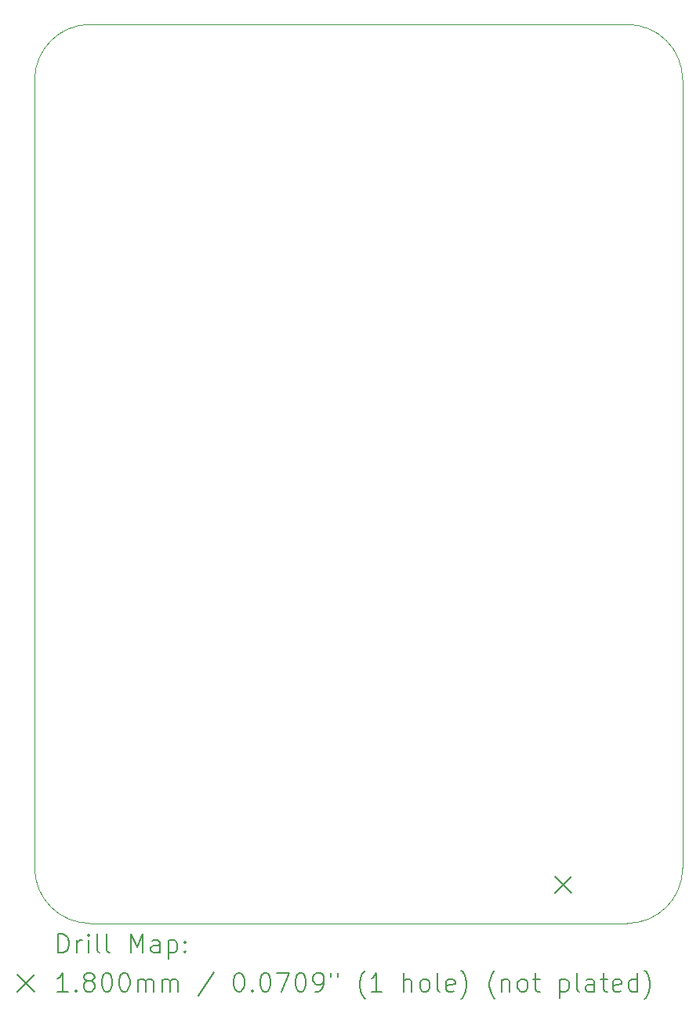
<source format=gbr>
%TF.GenerationSoftware,KiCad,Pcbnew,8.0.0*%
%TF.CreationDate,2024-03-23T15:17:22+01:00*%
%TF.ProjectId,stopwatchy,73746f70-7761-4746-9368-792e6b696361,rev?*%
%TF.SameCoordinates,Original*%
%TF.FileFunction,Drillmap*%
%TF.FilePolarity,Positive*%
%FSLAX45Y45*%
G04 Gerber Fmt 4.5, Leading zero omitted, Abs format (unit mm)*
G04 Created by KiCad (PCBNEW 8.0.0) date 2024-03-23 15:17:22*
%MOMM*%
%LPD*%
G01*
G04 APERTURE LIST*
%ADD10C,0.100000*%
%ADD11C,0.200000*%
%ADD12C,0.180000*%
G04 APERTURE END LIST*
D10*
X11075000Y-2400000D02*
X16875000Y-2400000D01*
X10475000Y-3000000D02*
X10475000Y-11500000D01*
X10475000Y-3000000D02*
G75*
G02*
X11075000Y-2400000I600000J0D01*
G01*
X11075000Y-12100000D02*
X16875000Y-12100000D01*
X17475000Y-11500000D02*
G75*
G02*
X16875000Y-12100000I-600000J0D01*
G01*
X17475000Y-11500000D02*
X17475000Y-3000000D01*
X16875000Y-2400000D02*
G75*
G02*
X17475000Y-3000000I0J-600000D01*
G01*
X11075000Y-12100000D02*
G75*
G02*
X10475000Y-11500000I0J600000D01*
G01*
D11*
D12*
X16093750Y-11591000D02*
X16273750Y-11771000D01*
X16273750Y-11591000D02*
X16093750Y-11771000D01*
D11*
X10730777Y-12416484D02*
X10730777Y-12216484D01*
X10730777Y-12216484D02*
X10778396Y-12216484D01*
X10778396Y-12216484D02*
X10806967Y-12226008D01*
X10806967Y-12226008D02*
X10826015Y-12245055D01*
X10826015Y-12245055D02*
X10835539Y-12264103D01*
X10835539Y-12264103D02*
X10845063Y-12302198D01*
X10845063Y-12302198D02*
X10845063Y-12330769D01*
X10845063Y-12330769D02*
X10835539Y-12368865D01*
X10835539Y-12368865D02*
X10826015Y-12387912D01*
X10826015Y-12387912D02*
X10806967Y-12406960D01*
X10806967Y-12406960D02*
X10778396Y-12416484D01*
X10778396Y-12416484D02*
X10730777Y-12416484D01*
X10930777Y-12416484D02*
X10930777Y-12283150D01*
X10930777Y-12321246D02*
X10940301Y-12302198D01*
X10940301Y-12302198D02*
X10949824Y-12292674D01*
X10949824Y-12292674D02*
X10968872Y-12283150D01*
X10968872Y-12283150D02*
X10987920Y-12283150D01*
X11054586Y-12416484D02*
X11054586Y-12283150D01*
X11054586Y-12216484D02*
X11045063Y-12226008D01*
X11045063Y-12226008D02*
X11054586Y-12235531D01*
X11054586Y-12235531D02*
X11064110Y-12226008D01*
X11064110Y-12226008D02*
X11054586Y-12216484D01*
X11054586Y-12216484D02*
X11054586Y-12235531D01*
X11178396Y-12416484D02*
X11159348Y-12406960D01*
X11159348Y-12406960D02*
X11149824Y-12387912D01*
X11149824Y-12387912D02*
X11149824Y-12216484D01*
X11283158Y-12416484D02*
X11264110Y-12406960D01*
X11264110Y-12406960D02*
X11254586Y-12387912D01*
X11254586Y-12387912D02*
X11254586Y-12216484D01*
X11511729Y-12416484D02*
X11511729Y-12216484D01*
X11511729Y-12216484D02*
X11578396Y-12359341D01*
X11578396Y-12359341D02*
X11645062Y-12216484D01*
X11645062Y-12216484D02*
X11645062Y-12416484D01*
X11826015Y-12416484D02*
X11826015Y-12311722D01*
X11826015Y-12311722D02*
X11816491Y-12292674D01*
X11816491Y-12292674D02*
X11797443Y-12283150D01*
X11797443Y-12283150D02*
X11759348Y-12283150D01*
X11759348Y-12283150D02*
X11740301Y-12292674D01*
X11826015Y-12406960D02*
X11806967Y-12416484D01*
X11806967Y-12416484D02*
X11759348Y-12416484D01*
X11759348Y-12416484D02*
X11740301Y-12406960D01*
X11740301Y-12406960D02*
X11730777Y-12387912D01*
X11730777Y-12387912D02*
X11730777Y-12368865D01*
X11730777Y-12368865D02*
X11740301Y-12349817D01*
X11740301Y-12349817D02*
X11759348Y-12340293D01*
X11759348Y-12340293D02*
X11806967Y-12340293D01*
X11806967Y-12340293D02*
X11826015Y-12330769D01*
X11921253Y-12283150D02*
X11921253Y-12483150D01*
X11921253Y-12292674D02*
X11940301Y-12283150D01*
X11940301Y-12283150D02*
X11978396Y-12283150D01*
X11978396Y-12283150D02*
X11997443Y-12292674D01*
X11997443Y-12292674D02*
X12006967Y-12302198D01*
X12006967Y-12302198D02*
X12016491Y-12321246D01*
X12016491Y-12321246D02*
X12016491Y-12378388D01*
X12016491Y-12378388D02*
X12006967Y-12397436D01*
X12006967Y-12397436D02*
X11997443Y-12406960D01*
X11997443Y-12406960D02*
X11978396Y-12416484D01*
X11978396Y-12416484D02*
X11940301Y-12416484D01*
X11940301Y-12416484D02*
X11921253Y-12406960D01*
X12102205Y-12397436D02*
X12111729Y-12406960D01*
X12111729Y-12406960D02*
X12102205Y-12416484D01*
X12102205Y-12416484D02*
X12092682Y-12406960D01*
X12092682Y-12406960D02*
X12102205Y-12397436D01*
X12102205Y-12397436D02*
X12102205Y-12416484D01*
X12102205Y-12292674D02*
X12111729Y-12302198D01*
X12111729Y-12302198D02*
X12102205Y-12311722D01*
X12102205Y-12311722D02*
X12092682Y-12302198D01*
X12092682Y-12302198D02*
X12102205Y-12292674D01*
X12102205Y-12292674D02*
X12102205Y-12311722D01*
D12*
X10290000Y-12655000D02*
X10470000Y-12835000D01*
X10470000Y-12655000D02*
X10290000Y-12835000D01*
D11*
X10835539Y-12836484D02*
X10721253Y-12836484D01*
X10778396Y-12836484D02*
X10778396Y-12636484D01*
X10778396Y-12636484D02*
X10759348Y-12665055D01*
X10759348Y-12665055D02*
X10740301Y-12684103D01*
X10740301Y-12684103D02*
X10721253Y-12693627D01*
X10921253Y-12817436D02*
X10930777Y-12826960D01*
X10930777Y-12826960D02*
X10921253Y-12836484D01*
X10921253Y-12836484D02*
X10911729Y-12826960D01*
X10911729Y-12826960D02*
X10921253Y-12817436D01*
X10921253Y-12817436D02*
X10921253Y-12836484D01*
X11045063Y-12722198D02*
X11026015Y-12712674D01*
X11026015Y-12712674D02*
X11016491Y-12703150D01*
X11016491Y-12703150D02*
X11006967Y-12684103D01*
X11006967Y-12684103D02*
X11006967Y-12674579D01*
X11006967Y-12674579D02*
X11016491Y-12655531D01*
X11016491Y-12655531D02*
X11026015Y-12646008D01*
X11026015Y-12646008D02*
X11045063Y-12636484D01*
X11045063Y-12636484D02*
X11083158Y-12636484D01*
X11083158Y-12636484D02*
X11102205Y-12646008D01*
X11102205Y-12646008D02*
X11111729Y-12655531D01*
X11111729Y-12655531D02*
X11121253Y-12674579D01*
X11121253Y-12674579D02*
X11121253Y-12684103D01*
X11121253Y-12684103D02*
X11111729Y-12703150D01*
X11111729Y-12703150D02*
X11102205Y-12712674D01*
X11102205Y-12712674D02*
X11083158Y-12722198D01*
X11083158Y-12722198D02*
X11045063Y-12722198D01*
X11045063Y-12722198D02*
X11026015Y-12731722D01*
X11026015Y-12731722D02*
X11016491Y-12741246D01*
X11016491Y-12741246D02*
X11006967Y-12760293D01*
X11006967Y-12760293D02*
X11006967Y-12798388D01*
X11006967Y-12798388D02*
X11016491Y-12817436D01*
X11016491Y-12817436D02*
X11026015Y-12826960D01*
X11026015Y-12826960D02*
X11045063Y-12836484D01*
X11045063Y-12836484D02*
X11083158Y-12836484D01*
X11083158Y-12836484D02*
X11102205Y-12826960D01*
X11102205Y-12826960D02*
X11111729Y-12817436D01*
X11111729Y-12817436D02*
X11121253Y-12798388D01*
X11121253Y-12798388D02*
X11121253Y-12760293D01*
X11121253Y-12760293D02*
X11111729Y-12741246D01*
X11111729Y-12741246D02*
X11102205Y-12731722D01*
X11102205Y-12731722D02*
X11083158Y-12722198D01*
X11245062Y-12636484D02*
X11264110Y-12636484D01*
X11264110Y-12636484D02*
X11283158Y-12646008D01*
X11283158Y-12646008D02*
X11292682Y-12655531D01*
X11292682Y-12655531D02*
X11302205Y-12674579D01*
X11302205Y-12674579D02*
X11311729Y-12712674D01*
X11311729Y-12712674D02*
X11311729Y-12760293D01*
X11311729Y-12760293D02*
X11302205Y-12798388D01*
X11302205Y-12798388D02*
X11292682Y-12817436D01*
X11292682Y-12817436D02*
X11283158Y-12826960D01*
X11283158Y-12826960D02*
X11264110Y-12836484D01*
X11264110Y-12836484D02*
X11245062Y-12836484D01*
X11245062Y-12836484D02*
X11226015Y-12826960D01*
X11226015Y-12826960D02*
X11216491Y-12817436D01*
X11216491Y-12817436D02*
X11206967Y-12798388D01*
X11206967Y-12798388D02*
X11197443Y-12760293D01*
X11197443Y-12760293D02*
X11197443Y-12712674D01*
X11197443Y-12712674D02*
X11206967Y-12674579D01*
X11206967Y-12674579D02*
X11216491Y-12655531D01*
X11216491Y-12655531D02*
X11226015Y-12646008D01*
X11226015Y-12646008D02*
X11245062Y-12636484D01*
X11435539Y-12636484D02*
X11454586Y-12636484D01*
X11454586Y-12636484D02*
X11473634Y-12646008D01*
X11473634Y-12646008D02*
X11483158Y-12655531D01*
X11483158Y-12655531D02*
X11492682Y-12674579D01*
X11492682Y-12674579D02*
X11502205Y-12712674D01*
X11502205Y-12712674D02*
X11502205Y-12760293D01*
X11502205Y-12760293D02*
X11492682Y-12798388D01*
X11492682Y-12798388D02*
X11483158Y-12817436D01*
X11483158Y-12817436D02*
X11473634Y-12826960D01*
X11473634Y-12826960D02*
X11454586Y-12836484D01*
X11454586Y-12836484D02*
X11435539Y-12836484D01*
X11435539Y-12836484D02*
X11416491Y-12826960D01*
X11416491Y-12826960D02*
X11406967Y-12817436D01*
X11406967Y-12817436D02*
X11397443Y-12798388D01*
X11397443Y-12798388D02*
X11387920Y-12760293D01*
X11387920Y-12760293D02*
X11387920Y-12712674D01*
X11387920Y-12712674D02*
X11397443Y-12674579D01*
X11397443Y-12674579D02*
X11406967Y-12655531D01*
X11406967Y-12655531D02*
X11416491Y-12646008D01*
X11416491Y-12646008D02*
X11435539Y-12636484D01*
X11587920Y-12836484D02*
X11587920Y-12703150D01*
X11587920Y-12722198D02*
X11597443Y-12712674D01*
X11597443Y-12712674D02*
X11616491Y-12703150D01*
X11616491Y-12703150D02*
X11645063Y-12703150D01*
X11645063Y-12703150D02*
X11664110Y-12712674D01*
X11664110Y-12712674D02*
X11673634Y-12731722D01*
X11673634Y-12731722D02*
X11673634Y-12836484D01*
X11673634Y-12731722D02*
X11683158Y-12712674D01*
X11683158Y-12712674D02*
X11702205Y-12703150D01*
X11702205Y-12703150D02*
X11730777Y-12703150D01*
X11730777Y-12703150D02*
X11749824Y-12712674D01*
X11749824Y-12712674D02*
X11759348Y-12731722D01*
X11759348Y-12731722D02*
X11759348Y-12836484D01*
X11854586Y-12836484D02*
X11854586Y-12703150D01*
X11854586Y-12722198D02*
X11864110Y-12712674D01*
X11864110Y-12712674D02*
X11883158Y-12703150D01*
X11883158Y-12703150D02*
X11911729Y-12703150D01*
X11911729Y-12703150D02*
X11930777Y-12712674D01*
X11930777Y-12712674D02*
X11940301Y-12731722D01*
X11940301Y-12731722D02*
X11940301Y-12836484D01*
X11940301Y-12731722D02*
X11949824Y-12712674D01*
X11949824Y-12712674D02*
X11968872Y-12703150D01*
X11968872Y-12703150D02*
X11997443Y-12703150D01*
X11997443Y-12703150D02*
X12016491Y-12712674D01*
X12016491Y-12712674D02*
X12026015Y-12731722D01*
X12026015Y-12731722D02*
X12026015Y-12836484D01*
X12416491Y-12626960D02*
X12245063Y-12884103D01*
X12673634Y-12636484D02*
X12692682Y-12636484D01*
X12692682Y-12636484D02*
X12711729Y-12646008D01*
X12711729Y-12646008D02*
X12721253Y-12655531D01*
X12721253Y-12655531D02*
X12730777Y-12674579D01*
X12730777Y-12674579D02*
X12740301Y-12712674D01*
X12740301Y-12712674D02*
X12740301Y-12760293D01*
X12740301Y-12760293D02*
X12730777Y-12798388D01*
X12730777Y-12798388D02*
X12721253Y-12817436D01*
X12721253Y-12817436D02*
X12711729Y-12826960D01*
X12711729Y-12826960D02*
X12692682Y-12836484D01*
X12692682Y-12836484D02*
X12673634Y-12836484D01*
X12673634Y-12836484D02*
X12654586Y-12826960D01*
X12654586Y-12826960D02*
X12645063Y-12817436D01*
X12645063Y-12817436D02*
X12635539Y-12798388D01*
X12635539Y-12798388D02*
X12626015Y-12760293D01*
X12626015Y-12760293D02*
X12626015Y-12712674D01*
X12626015Y-12712674D02*
X12635539Y-12674579D01*
X12635539Y-12674579D02*
X12645063Y-12655531D01*
X12645063Y-12655531D02*
X12654586Y-12646008D01*
X12654586Y-12646008D02*
X12673634Y-12636484D01*
X12826015Y-12817436D02*
X12835539Y-12826960D01*
X12835539Y-12826960D02*
X12826015Y-12836484D01*
X12826015Y-12836484D02*
X12816491Y-12826960D01*
X12816491Y-12826960D02*
X12826015Y-12817436D01*
X12826015Y-12817436D02*
X12826015Y-12836484D01*
X12959348Y-12636484D02*
X12978396Y-12636484D01*
X12978396Y-12636484D02*
X12997444Y-12646008D01*
X12997444Y-12646008D02*
X13006967Y-12655531D01*
X13006967Y-12655531D02*
X13016491Y-12674579D01*
X13016491Y-12674579D02*
X13026015Y-12712674D01*
X13026015Y-12712674D02*
X13026015Y-12760293D01*
X13026015Y-12760293D02*
X13016491Y-12798388D01*
X13016491Y-12798388D02*
X13006967Y-12817436D01*
X13006967Y-12817436D02*
X12997444Y-12826960D01*
X12997444Y-12826960D02*
X12978396Y-12836484D01*
X12978396Y-12836484D02*
X12959348Y-12836484D01*
X12959348Y-12836484D02*
X12940301Y-12826960D01*
X12940301Y-12826960D02*
X12930777Y-12817436D01*
X12930777Y-12817436D02*
X12921253Y-12798388D01*
X12921253Y-12798388D02*
X12911729Y-12760293D01*
X12911729Y-12760293D02*
X12911729Y-12712674D01*
X12911729Y-12712674D02*
X12921253Y-12674579D01*
X12921253Y-12674579D02*
X12930777Y-12655531D01*
X12930777Y-12655531D02*
X12940301Y-12646008D01*
X12940301Y-12646008D02*
X12959348Y-12636484D01*
X13092682Y-12636484D02*
X13226015Y-12636484D01*
X13226015Y-12636484D02*
X13140301Y-12836484D01*
X13340301Y-12636484D02*
X13359348Y-12636484D01*
X13359348Y-12636484D02*
X13378396Y-12646008D01*
X13378396Y-12646008D02*
X13387920Y-12655531D01*
X13387920Y-12655531D02*
X13397444Y-12674579D01*
X13397444Y-12674579D02*
X13406967Y-12712674D01*
X13406967Y-12712674D02*
X13406967Y-12760293D01*
X13406967Y-12760293D02*
X13397444Y-12798388D01*
X13397444Y-12798388D02*
X13387920Y-12817436D01*
X13387920Y-12817436D02*
X13378396Y-12826960D01*
X13378396Y-12826960D02*
X13359348Y-12836484D01*
X13359348Y-12836484D02*
X13340301Y-12836484D01*
X13340301Y-12836484D02*
X13321253Y-12826960D01*
X13321253Y-12826960D02*
X13311729Y-12817436D01*
X13311729Y-12817436D02*
X13302206Y-12798388D01*
X13302206Y-12798388D02*
X13292682Y-12760293D01*
X13292682Y-12760293D02*
X13292682Y-12712674D01*
X13292682Y-12712674D02*
X13302206Y-12674579D01*
X13302206Y-12674579D02*
X13311729Y-12655531D01*
X13311729Y-12655531D02*
X13321253Y-12646008D01*
X13321253Y-12646008D02*
X13340301Y-12636484D01*
X13502206Y-12836484D02*
X13540301Y-12836484D01*
X13540301Y-12836484D02*
X13559348Y-12826960D01*
X13559348Y-12826960D02*
X13568872Y-12817436D01*
X13568872Y-12817436D02*
X13587920Y-12788865D01*
X13587920Y-12788865D02*
X13597444Y-12750769D01*
X13597444Y-12750769D02*
X13597444Y-12674579D01*
X13597444Y-12674579D02*
X13587920Y-12655531D01*
X13587920Y-12655531D02*
X13578396Y-12646008D01*
X13578396Y-12646008D02*
X13559348Y-12636484D01*
X13559348Y-12636484D02*
X13521253Y-12636484D01*
X13521253Y-12636484D02*
X13502206Y-12646008D01*
X13502206Y-12646008D02*
X13492682Y-12655531D01*
X13492682Y-12655531D02*
X13483158Y-12674579D01*
X13483158Y-12674579D02*
X13483158Y-12722198D01*
X13483158Y-12722198D02*
X13492682Y-12741246D01*
X13492682Y-12741246D02*
X13502206Y-12750769D01*
X13502206Y-12750769D02*
X13521253Y-12760293D01*
X13521253Y-12760293D02*
X13559348Y-12760293D01*
X13559348Y-12760293D02*
X13578396Y-12750769D01*
X13578396Y-12750769D02*
X13587920Y-12741246D01*
X13587920Y-12741246D02*
X13597444Y-12722198D01*
X13673634Y-12636484D02*
X13673634Y-12674579D01*
X13749825Y-12636484D02*
X13749825Y-12674579D01*
X14045063Y-12912674D02*
X14035539Y-12903150D01*
X14035539Y-12903150D02*
X14016491Y-12874579D01*
X14016491Y-12874579D02*
X14006968Y-12855531D01*
X14006968Y-12855531D02*
X13997444Y-12826960D01*
X13997444Y-12826960D02*
X13987920Y-12779341D01*
X13987920Y-12779341D02*
X13987920Y-12741246D01*
X13987920Y-12741246D02*
X13997444Y-12693627D01*
X13997444Y-12693627D02*
X14006968Y-12665055D01*
X14006968Y-12665055D02*
X14016491Y-12646008D01*
X14016491Y-12646008D02*
X14035539Y-12617436D01*
X14035539Y-12617436D02*
X14045063Y-12607912D01*
X14226015Y-12836484D02*
X14111729Y-12836484D01*
X14168872Y-12836484D02*
X14168872Y-12636484D01*
X14168872Y-12636484D02*
X14149825Y-12665055D01*
X14149825Y-12665055D02*
X14130777Y-12684103D01*
X14130777Y-12684103D02*
X14111729Y-12693627D01*
X14464110Y-12836484D02*
X14464110Y-12636484D01*
X14549825Y-12836484D02*
X14549825Y-12731722D01*
X14549825Y-12731722D02*
X14540301Y-12712674D01*
X14540301Y-12712674D02*
X14521253Y-12703150D01*
X14521253Y-12703150D02*
X14492682Y-12703150D01*
X14492682Y-12703150D02*
X14473634Y-12712674D01*
X14473634Y-12712674D02*
X14464110Y-12722198D01*
X14673634Y-12836484D02*
X14654587Y-12826960D01*
X14654587Y-12826960D02*
X14645063Y-12817436D01*
X14645063Y-12817436D02*
X14635539Y-12798388D01*
X14635539Y-12798388D02*
X14635539Y-12741246D01*
X14635539Y-12741246D02*
X14645063Y-12722198D01*
X14645063Y-12722198D02*
X14654587Y-12712674D01*
X14654587Y-12712674D02*
X14673634Y-12703150D01*
X14673634Y-12703150D02*
X14702206Y-12703150D01*
X14702206Y-12703150D02*
X14721253Y-12712674D01*
X14721253Y-12712674D02*
X14730777Y-12722198D01*
X14730777Y-12722198D02*
X14740301Y-12741246D01*
X14740301Y-12741246D02*
X14740301Y-12798388D01*
X14740301Y-12798388D02*
X14730777Y-12817436D01*
X14730777Y-12817436D02*
X14721253Y-12826960D01*
X14721253Y-12826960D02*
X14702206Y-12836484D01*
X14702206Y-12836484D02*
X14673634Y-12836484D01*
X14854587Y-12836484D02*
X14835539Y-12826960D01*
X14835539Y-12826960D02*
X14826015Y-12807912D01*
X14826015Y-12807912D02*
X14826015Y-12636484D01*
X15006968Y-12826960D02*
X14987920Y-12836484D01*
X14987920Y-12836484D02*
X14949825Y-12836484D01*
X14949825Y-12836484D02*
X14930777Y-12826960D01*
X14930777Y-12826960D02*
X14921253Y-12807912D01*
X14921253Y-12807912D02*
X14921253Y-12731722D01*
X14921253Y-12731722D02*
X14930777Y-12712674D01*
X14930777Y-12712674D02*
X14949825Y-12703150D01*
X14949825Y-12703150D02*
X14987920Y-12703150D01*
X14987920Y-12703150D02*
X15006968Y-12712674D01*
X15006968Y-12712674D02*
X15016491Y-12731722D01*
X15016491Y-12731722D02*
X15016491Y-12750769D01*
X15016491Y-12750769D02*
X14921253Y-12769817D01*
X15083158Y-12912674D02*
X15092682Y-12903150D01*
X15092682Y-12903150D02*
X15111730Y-12874579D01*
X15111730Y-12874579D02*
X15121253Y-12855531D01*
X15121253Y-12855531D02*
X15130777Y-12826960D01*
X15130777Y-12826960D02*
X15140301Y-12779341D01*
X15140301Y-12779341D02*
X15140301Y-12741246D01*
X15140301Y-12741246D02*
X15130777Y-12693627D01*
X15130777Y-12693627D02*
X15121253Y-12665055D01*
X15121253Y-12665055D02*
X15111730Y-12646008D01*
X15111730Y-12646008D02*
X15092682Y-12617436D01*
X15092682Y-12617436D02*
X15083158Y-12607912D01*
X15445063Y-12912674D02*
X15435539Y-12903150D01*
X15435539Y-12903150D02*
X15416491Y-12874579D01*
X15416491Y-12874579D02*
X15406968Y-12855531D01*
X15406968Y-12855531D02*
X15397444Y-12826960D01*
X15397444Y-12826960D02*
X15387920Y-12779341D01*
X15387920Y-12779341D02*
X15387920Y-12741246D01*
X15387920Y-12741246D02*
X15397444Y-12693627D01*
X15397444Y-12693627D02*
X15406968Y-12665055D01*
X15406968Y-12665055D02*
X15416491Y-12646008D01*
X15416491Y-12646008D02*
X15435539Y-12617436D01*
X15435539Y-12617436D02*
X15445063Y-12607912D01*
X15521253Y-12703150D02*
X15521253Y-12836484D01*
X15521253Y-12722198D02*
X15530777Y-12712674D01*
X15530777Y-12712674D02*
X15549825Y-12703150D01*
X15549825Y-12703150D02*
X15578396Y-12703150D01*
X15578396Y-12703150D02*
X15597444Y-12712674D01*
X15597444Y-12712674D02*
X15606968Y-12731722D01*
X15606968Y-12731722D02*
X15606968Y-12836484D01*
X15730777Y-12836484D02*
X15711730Y-12826960D01*
X15711730Y-12826960D02*
X15702206Y-12817436D01*
X15702206Y-12817436D02*
X15692682Y-12798388D01*
X15692682Y-12798388D02*
X15692682Y-12741246D01*
X15692682Y-12741246D02*
X15702206Y-12722198D01*
X15702206Y-12722198D02*
X15711730Y-12712674D01*
X15711730Y-12712674D02*
X15730777Y-12703150D01*
X15730777Y-12703150D02*
X15759349Y-12703150D01*
X15759349Y-12703150D02*
X15778396Y-12712674D01*
X15778396Y-12712674D02*
X15787920Y-12722198D01*
X15787920Y-12722198D02*
X15797444Y-12741246D01*
X15797444Y-12741246D02*
X15797444Y-12798388D01*
X15797444Y-12798388D02*
X15787920Y-12817436D01*
X15787920Y-12817436D02*
X15778396Y-12826960D01*
X15778396Y-12826960D02*
X15759349Y-12836484D01*
X15759349Y-12836484D02*
X15730777Y-12836484D01*
X15854587Y-12703150D02*
X15930777Y-12703150D01*
X15883158Y-12636484D02*
X15883158Y-12807912D01*
X15883158Y-12807912D02*
X15892682Y-12826960D01*
X15892682Y-12826960D02*
X15911730Y-12836484D01*
X15911730Y-12836484D02*
X15930777Y-12836484D01*
X16149825Y-12703150D02*
X16149825Y-12903150D01*
X16149825Y-12712674D02*
X16168872Y-12703150D01*
X16168872Y-12703150D02*
X16206968Y-12703150D01*
X16206968Y-12703150D02*
X16226015Y-12712674D01*
X16226015Y-12712674D02*
X16235539Y-12722198D01*
X16235539Y-12722198D02*
X16245063Y-12741246D01*
X16245063Y-12741246D02*
X16245063Y-12798388D01*
X16245063Y-12798388D02*
X16235539Y-12817436D01*
X16235539Y-12817436D02*
X16226015Y-12826960D01*
X16226015Y-12826960D02*
X16206968Y-12836484D01*
X16206968Y-12836484D02*
X16168872Y-12836484D01*
X16168872Y-12836484D02*
X16149825Y-12826960D01*
X16359349Y-12836484D02*
X16340301Y-12826960D01*
X16340301Y-12826960D02*
X16330777Y-12807912D01*
X16330777Y-12807912D02*
X16330777Y-12636484D01*
X16521253Y-12836484D02*
X16521253Y-12731722D01*
X16521253Y-12731722D02*
X16511730Y-12712674D01*
X16511730Y-12712674D02*
X16492682Y-12703150D01*
X16492682Y-12703150D02*
X16454587Y-12703150D01*
X16454587Y-12703150D02*
X16435539Y-12712674D01*
X16521253Y-12826960D02*
X16502206Y-12836484D01*
X16502206Y-12836484D02*
X16454587Y-12836484D01*
X16454587Y-12836484D02*
X16435539Y-12826960D01*
X16435539Y-12826960D02*
X16426015Y-12807912D01*
X16426015Y-12807912D02*
X16426015Y-12788865D01*
X16426015Y-12788865D02*
X16435539Y-12769817D01*
X16435539Y-12769817D02*
X16454587Y-12760293D01*
X16454587Y-12760293D02*
X16502206Y-12760293D01*
X16502206Y-12760293D02*
X16521253Y-12750769D01*
X16587920Y-12703150D02*
X16664111Y-12703150D01*
X16616492Y-12636484D02*
X16616492Y-12807912D01*
X16616492Y-12807912D02*
X16626015Y-12826960D01*
X16626015Y-12826960D02*
X16645063Y-12836484D01*
X16645063Y-12836484D02*
X16664111Y-12836484D01*
X16806968Y-12826960D02*
X16787920Y-12836484D01*
X16787920Y-12836484D02*
X16749825Y-12836484D01*
X16749825Y-12836484D02*
X16730777Y-12826960D01*
X16730777Y-12826960D02*
X16721253Y-12807912D01*
X16721253Y-12807912D02*
X16721253Y-12731722D01*
X16721253Y-12731722D02*
X16730777Y-12712674D01*
X16730777Y-12712674D02*
X16749825Y-12703150D01*
X16749825Y-12703150D02*
X16787920Y-12703150D01*
X16787920Y-12703150D02*
X16806968Y-12712674D01*
X16806968Y-12712674D02*
X16816492Y-12731722D01*
X16816492Y-12731722D02*
X16816492Y-12750769D01*
X16816492Y-12750769D02*
X16721253Y-12769817D01*
X16987920Y-12836484D02*
X16987920Y-12636484D01*
X16987920Y-12826960D02*
X16968873Y-12836484D01*
X16968873Y-12836484D02*
X16930777Y-12836484D01*
X16930777Y-12836484D02*
X16911730Y-12826960D01*
X16911730Y-12826960D02*
X16902206Y-12817436D01*
X16902206Y-12817436D02*
X16892682Y-12798388D01*
X16892682Y-12798388D02*
X16892682Y-12741246D01*
X16892682Y-12741246D02*
X16902206Y-12722198D01*
X16902206Y-12722198D02*
X16911730Y-12712674D01*
X16911730Y-12712674D02*
X16930777Y-12703150D01*
X16930777Y-12703150D02*
X16968873Y-12703150D01*
X16968873Y-12703150D02*
X16987920Y-12712674D01*
X17064111Y-12912674D02*
X17073635Y-12903150D01*
X17073635Y-12903150D02*
X17092682Y-12874579D01*
X17092682Y-12874579D02*
X17102206Y-12855531D01*
X17102206Y-12855531D02*
X17111730Y-12826960D01*
X17111730Y-12826960D02*
X17121254Y-12779341D01*
X17121254Y-12779341D02*
X17121254Y-12741246D01*
X17121254Y-12741246D02*
X17111730Y-12693627D01*
X17111730Y-12693627D02*
X17102206Y-12665055D01*
X17102206Y-12665055D02*
X17092682Y-12646008D01*
X17092682Y-12646008D02*
X17073635Y-12617436D01*
X17073635Y-12617436D02*
X17064111Y-12607912D01*
M02*

</source>
